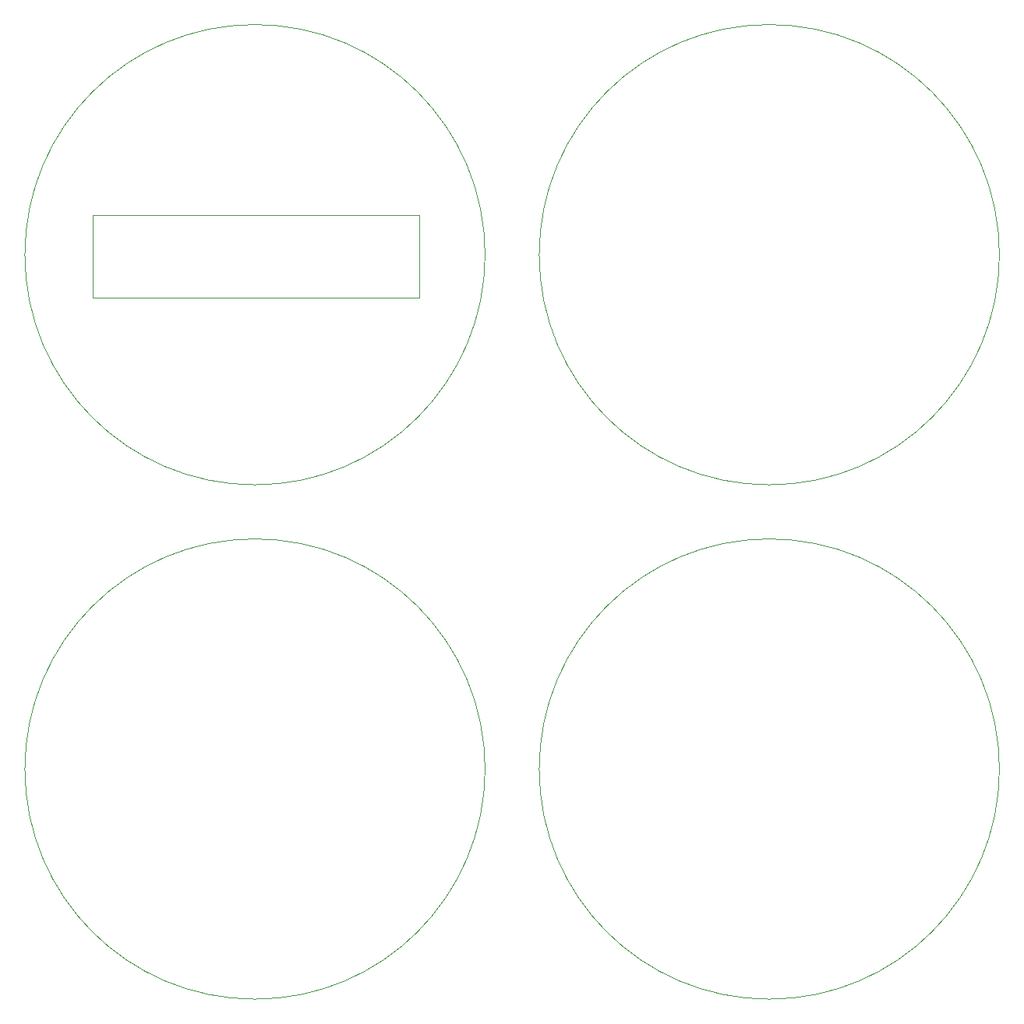
<source format=gm1>
G04 #@! TF.GenerationSoftware,KiCad,Pcbnew,7.0.8*
G04 #@! TF.CreationDate,2024-02-14T15:59:42+09:00*
G04 #@! TF.ProjectId,_______FMver2,2d098bb9-6bc5-46e4-964d-766572322e6b,rev?*
G04 #@! TF.SameCoordinates,Original*
G04 #@! TF.FileFunction,Profile,NP*
%FSLAX46Y46*%
G04 Gerber Fmt 4.6, Leading zero omitted, Abs format (unit mm)*
G04 Created by KiCad (PCBNEW 7.0.8) date 2024-02-14 15:59:42*
%MOMM*%
%LPD*%
G01*
G04 APERTURE LIST*
G04 #@! TA.AperFunction,Profile*
%ADD10C,0.100000*%
G04 #@! TD*
G04 APERTURE END LIST*
D10*
X75800000Y-106680000D02*
G75*
G03*
X75800000Y-106680000I-25000000J0D01*
G01*
X75800000Y-50800000D02*
G75*
G03*
X75800000Y-50800000I-25000000J0D01*
G01*
X131680000Y-106680000D02*
G75*
G03*
X131680000Y-106680000I-25000000J0D01*
G01*
X131680000Y-50800000D02*
G75*
G03*
X131680000Y-50800000I-25000000J0D01*
G01*
X68654446Y-55463429D02*
X33154446Y-55463429D01*
X33154446Y-46463429D01*
X68654446Y-46463429D01*
X68654446Y-55463429D01*
M02*

</source>
